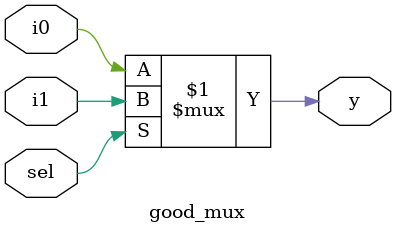
<source format=v>
/* Generated by Yosys 0.32+51 (git sha1 6405bbab1, gcc 12.3.0-1ubuntu1~23.04 -fPIC -Os) */

(* top =  1  *)
(* src = "good_mux.v:2.1-10.10" *)
module good_mux(i0, i1, sel, y);
  (* src = "good_mux.v:2.24-2.26" *)
  input i0;
  wire i0;
  (* src = "good_mux.v:2.35-2.37" *)
  input i1;
  wire i1;
  (* src = "good_mux.v:2.46-2.49" *)
  input sel;
  wire sel;
  (* src = "good_mux.v:2.63-2.64" *)
  output y;
  wire y;
  assign y = sel ? i1 : i0;
endmodule

</source>
